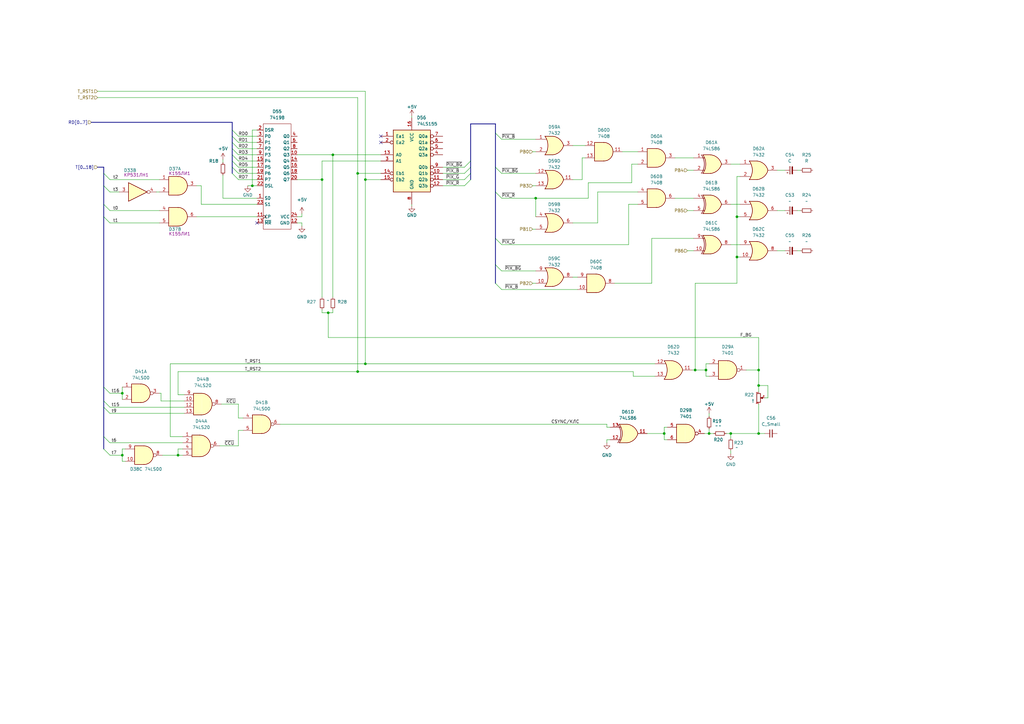
<source format=kicad_sch>
(kicad_sch (version 20211123) (generator eeschema)
  (paper "A3")
  (lib_symbols
    (symbol "74xx:74LS00" (pin_names (offset 1.016))
      (property "Reference" "U" (at 0 1.27 0))
      (property "Value" "74LS00" (at 0 -1.27 0))
      (symbol "74LS00_1_1"
        (pin input line (at -7.62 2.54 0) (length 3.81) (name "~") (number "1"))
        (pin input line (at -7.62 -2.54 0) (length 3.81) (name "~") (number "2"))
        (pin output inverted (at 7.62 0 180) (length 3.81) (name "~") (number "3"))
      )
      (symbol "74LS00_1_2"
        (pin input inverted (at -7.62 2.54 0) (length 4.318) (name "~") (number "1"))
        (pin input inverted (at -7.62 -2.54 0) (length 4.318) (name "~") (number "2"))
        (pin output line (at 7.62 0 180) (length 3.81) (name "~") (number "3"))
      )
      (symbol "74LS00_2_1"
        (pin input line (at -7.62 2.54 0) (length 3.81) (name "~") (number "4"))
        (pin input line (at -7.62 -2.54 0) (length 3.81) (name "~") (number "5"))
        (pin output inverted (at 7.62 0 180) (length 3.81) (name "~") (number "6"))
      )
      (symbol "74LS00_2_2"
        (pin input inverted (at -7.62 2.54 0) (length 4.318) (name "~") (number "4"))
        (pin input inverted (at -7.62 -2.54 0) (length 4.318) (name "~") (number "5"))
        (pin output line (at 7.62 0 180) (length 3.81) (name "~") (number "6"))
      )
      (symbol "74LS00_3_1"
        (pin input line (at -7.62 -2.54 0) (length 3.81) (name "~") (number "10"))
        (pin output inverted (at 7.62 0 180) (length 3.81) (name "~") (number "8"))
        (pin input line (at -7.62 2.54 0) (length 3.81) (name "~") (number "9"))
      )
      (symbol "74LS00_3_2"
        (pin input inverted (at -7.62 -2.54 0) (length 4.318) (name "~") (number "10"))
        (pin output line (at 7.62 0 180) (length 3.81) (name "~") (number "8"))
        (pin input inverted (at -7.62 2.54 0) (length 4.318) (name "~") (number "9"))
      )
      (symbol "74LS00_4_1"
        (pin output inverted (at 7.62 0 180) (length 3.81) (name "~") (number "11"))
        (pin input line (at -7.62 2.54 0) (length 3.81) (name "~") (number "12"))
        (pin input line (at -7.62 -2.54 0) (length 3.81) (name "~") (number "13"))
      )
      (symbol "74LS00_4_2"
        (pin output line (at 7.62 0 180) (length 3.81) (name "~") (number "11"))
        (pin input inverted (at -7.62 2.54 0) (length 4.318) (name "~") (number "12"))
        (pin input inverted (at -7.62 -2.54 0) (length 4.318) (name "~") (number "13"))
      )
      (symbol "74LS00_5_0"
        (pin power_in line (at 0 12.7 270) (length 5.08) (name "VCC") (number "14"))
        (pin power_in line (at 0 -12.7 90) (length 5.08) (name "GND") (number "7"))
      )
    )
    (symbol "74xx:74LS01" (pin_names (offset 1.016))
      (property "Reference" "U" (at 0 1.27 0))
      (property "Value" "74LS01" (at 0 -1.27 0))
      (symbol "74LS01_1_1"
        (pin open_collector inverted (at 7.62 0 180) (length 3.81) (name "~") (number "1"))
        (pin input line (at -7.62 2.54 0) (length 3.81) (name "~") (number "2"))
        (pin input line (at -7.62 -2.54 0) (length 3.81) (name "~") (number "3"))
      )
      (symbol "74LS01_1_2"
        (pin open_collector line (at 7.62 0 180) (length 3.81) (name "~") (number "1"))
        (pin input inverted (at -7.62 2.54 0) (length 4.318) (name "~") (number "2"))
        (pin input inverted (at -7.62 -2.54 0) (length 4.318) (name "~") (number "3"))
      )
      (symbol "74LS01_2_1"
        (pin open_collector inverted (at 7.62 0 180) (length 3.81) (name "~") (number "4"))
        (pin input line (at -7.62 2.54 0) (length 3.81) (name "~") (number "5"))
        (pin input line (at -7.62 -2.54 0) (length 3.81) (name "~") (number "6"))
      )
      (symbol "74LS01_2_2"
        (pin open_collector line (at 7.62 0 180) (length 3.81) (name "~") (number "4"))
        (pin input inverted (at -7.62 2.54 0) (length 4.318) (name "~") (number "5"))
        (pin input inverted (at -7.62 -2.54 0) (length 4.318) (name "~") (number "6"))
      )
      (symbol "74LS01_3_1"
        (pin open_collector inverted (at 7.62 0 180) (length 3.81) (name "~") (number "10"))
        (pin input line (at -7.62 2.54 0) (length 3.81) (name "~") (number "8"))
        (pin input line (at -7.62 -2.54 0) (length 3.81) (name "~") (number "9"))
      )
      (symbol "74LS01_3_2"
        (pin open_collector line (at 7.62 0 180) (length 3.81) (name "~") (number "10"))
        (pin input inverted (at -7.62 2.54 0) (length 4.318) (name "~") (number "8"))
        (pin input inverted (at -7.62 -2.54 0) (length 4.318) (name "~") (number "9"))
      )
      (symbol "74LS01_4_1"
        (pin input line (at -7.62 2.54 0) (length 3.81) (name "~") (number "11"))
        (pin input line (at -7.62 -2.54 0) (length 3.81) (name "~") (number "12"))
        (pin open_collector inverted (at 7.62 0 180) (length 3.81) (name "~") (number "13"))
      )
      (symbol "74LS01_4_2"
        (pin input inverted (at -7.62 2.54 0) (length 4.318) (name "~") (number "11"))
        (pin input inverted (at -7.62 -2.54 0) (length 4.318) (name "~") (number "12"))
        (pin open_collector line (at 7.62 0 180) (length 3.81) (name "~") (number "13"))
      )
      (symbol "74LS01_5_0"
        (pin power_in line (at 0 12.7 270) (length 5.08) (name "VCC") (number "14"))
        (pin power_in line (at 0 -12.7 90) (length 5.08) (name "GND") (number "7"))
      )
    )
    (symbol "74xx:74LS04"
      (property "Reference" "U" (at 0 1.27 0))
      (property "Value" "74LS04" (at 0 -1.27 0))
      (symbol "74LS04_1_0"
        (pin input line (at -7.62 0 0) (length 3.81) (name "~") (number "1"))
        (pin output inverted (at 7.62 0 180) (length 3.81) (name "~") (number "2"))
      )
      (symbol "74LS04_2_0"
        (pin input line (at -7.62 0 0) (length 3.81) (name "~") (number "3"))
        (pin output inverted (at 7.62 0 180) (length 3.81) (name "~") (number "4"))
      )
      (symbol "74LS04_3_0"
        (pin input line (at -7.62 0 0) (length 3.81) (name "~") (number "5"))
        (pin output inverted (at 7.62 0 180) (length 3.81) (name "~") (number "6"))
      )
      (symbol "74LS04_4_0"
        (pin output inverted (at 7.62 0 180) (length 3.81) (name "~") (number "8"))
        (pin input line (at -7.62 0 0) (length 3.81) (name "~") (number "9"))
      )
      (symbol "74LS04_5_0"
        (pin output inverted (at 7.62 0 180) (length 3.81) (name "~") (number "10"))
        (pin input line (at -7.62 0 0) (length 3.81) (name "~") (number "11"))
      )
      (symbol "74LS04_6_0"
        (pin output inverted (at 7.62 0 180) (length 3.81) (name "~") (number "12"))
        (pin input line (at -7.62 0 0) (length 3.81) (name "~") (number "13"))
      )
      (symbol "74LS04_7_0"
        (pin power_in line (at 0 12.7 270) (length 5.08) (name "VCC") (number "14"))
        (pin power_in line (at 0 -12.7 90) (length 5.08) (name "GND") (number "7"))
      )
    )
    (symbol "74xx:74LS08" (pin_names (offset 1.016))
      (property "Reference" "U" (at 0 1.27 0))
      (property "Value" "74LS08" (at 0 -1.27 0))
      (symbol "74LS08_1_1"
        (pin input line (at -7.62 2.54 0) (length 3.81) (name "~") (number "1"))
        (pin input line (at -7.62 -2.54 0) (length 3.81) (name "~") (number "2"))
        (pin output line (at 7.62 0 180) (length 3.81) (name "~") (number "3"))
      )
      (symbol "74LS08_1_2"
        (pin input inverted (at -7.62 2.54 0) (length 4.318) (name "~") (number "1"))
        (pin input inverted (at -7.62 -2.54 0) (length 4.318) (name "~") (number "2"))
        (pin output inverted (at 7.62 0 180) (length 3.81) (name "~") (number "3"))
      )
      (symbol "74LS08_2_1"
        (pin input line (at -7.62 2.54 0) (length 3.81) (name "~") (number "4"))
        (pin input line (at -7.62 -2.54 0) (length 3.81) (name "~") (number "5"))
        (pin output line (at 7.62 0 180) (length 3.81) (name "~") (number "6"))
      )
      (symbol "74LS08_2_2"
        (pin input inverted (at -7.62 2.54 0) (length 4.318) (name "~") (number "4"))
        (pin input inverted (at -7.62 -2.54 0) (length 4.318) (name "~") (number "5"))
        (pin output inverted (at 7.62 0 180) (length 3.81) (name "~") (number "6"))
      )
      (symbol "74LS08_3_1"
        (pin input line (at -7.62 -2.54 0) (length 3.81) (name "~") (number "10"))
        (pin output line (at 7.62 0 180) (length 3.81) (name "~") (number "8"))
        (pin input line (at -7.62 2.54 0) (length 3.81) (name "~") (number "9"))
      )
      (symbol "74LS08_3_2"
        (pin input inverted (at -7.62 -2.54 0) (length 4.318) (name "~") (number "10"))
        (pin output inverted (at 7.62 0 180) (length 3.81) (name "~") (number "8"))
        (pin input inverted (at -7.62 2.54 0) (length 4.318) (name "~") (number "9"))
      )
      (symbol "74LS08_4_1"
        (pin output line (at 7.62 0 180) (length 3.81) (name "~") (number "11"))
        (pin input line (at -7.62 2.54 0) (length 3.81) (name "~") (number "12"))
        (pin input line (at -7.62 -2.54 0) (length 3.81) (name "~") (number "13"))
      )
      (symbol "74LS08_4_2"
        (pin output inverted (at 7.62 0 180) (length 3.81) (name "~") (number "11"))
        (pin input inverted (at -7.62 2.54 0) (length 4.318) (name "~") (number "12"))
        (pin input inverted (at -7.62 -2.54 0) (length 4.318) (name "~") (number "13"))
      )
      (symbol "74LS08_5_0"
        (pin power_in line (at 0 12.7 270) (length 5.08) (name "VCC") (number "14"))
        (pin power_in line (at 0 -12.7 90) (length 5.08) (name "GND") (number "7"))
      )
    )
    (symbol "74xx:74LS155" (pin_names (offset 1.016))
      (property "Reference" "U" (at -7.62 13.97 0))
      (property "Value" "74LS155" (at -7.62 -13.97 0))
      (symbol "74LS155_1_0"
        (pin input line (at -12.7 10.16 0) (length 5.08) (name "Ea1") (number "1"))
        (pin output inverted (at 12.7 -5.08 180) (length 5.08) (name "Q1b") (number "10"))
        (pin output inverted (at 12.7 -7.62 180) (length 5.08) (name "Q2b") (number "11"))
        (pin output inverted (at 12.7 -10.16 180) (length 5.08) (name "Q3b") (number "12"))
        (pin input line (at -12.7 2.54 0) (length 5.08) (name "A0") (number "13"))
        (pin input inverted (at -12.7 -5.08 0) (length 5.08) (name "Eb1") (number "14"))
        (pin input inverted (at -12.7 -7.62 0) (length 5.08) (name "Eb2") (number "15"))
        (pin power_in line (at 0 17.78 270) (length 5.08) (name "VCC") (number "16"))
        (pin input inverted (at -12.7 7.62 0) (length 5.08) (name "Ea2") (number "2"))
        (pin input line (at -12.7 0 0) (length 5.08) (name "A1") (number "3"))
        (pin output inverted (at 12.7 2.54 180) (length 5.08) (name "Q3a") (number "4"))
        (pin output inverted (at 12.7 5.08 180) (length 5.08) (name "Q2a") (number "5"))
        (pin output inverted (at 12.7 7.62 180) (length 5.08) (name "Q1a") (number "6"))
        (pin output inverted (at 12.7 10.16 180) (length 5.08) (name "Q0a") (number "7"))
        (pin power_in line (at 0 -17.78 90) (length 5.08) (name "GND") (number "8"))
        (pin output inverted (at 12.7 -2.54 180) (length 5.08) (name "Q0b") (number "9"))
      )
    )
    (symbol "74xx:74LS20" (pin_names (offset 1.016))
      (property "Reference" "U" (at 0 1.27 0))
      (property "Value" "74LS20" (at 0 -1.27 0))
      (symbol "74LS20_1_1"
        (pin input line (at -7.62 3.81 0) (length 3.81) (name "~") (number "1"))
        (pin input line (at -7.62 1.27 0) (length 3.81) (name "~") (number "2"))
        (pin input line (at -7.62 -1.27 0) (length 3.81) (name "~") (number "4"))
        (pin input line (at -7.62 -3.81 0) (length 3.81) (name "~") (number "5"))
        (pin output inverted (at 7.62 0 180) (length 3.81) (name "~") (number "6"))
      )
      (symbol "74LS20_1_2"
        (pin input inverted (at -7.62 3.81 0) (length 3.81) (name "~") (number "1"))
        (pin input inverted (at -7.62 1.27 0) (length 4.826) (name "~") (number "2"))
        (pin input inverted (at -7.62 -1.27 0) (length 4.826) (name "~") (number "4"))
        (pin input inverted (at -7.62 -3.81 0) (length 3.81) (name "~") (number "5"))
        (pin output line (at 7.62 0 180) (length 3.81) (name "~") (number "6"))
      )
      (symbol "74LS20_2_1"
        (pin input line (at -7.62 1.27 0) (length 3.81) (name "~") (number "10"))
        (pin input line (at -7.62 -1.27 0) (length 3.81) (name "~") (number "12"))
        (pin input line (at -7.62 -3.81 0) (length 3.81) (name "~") (number "13"))
        (pin output inverted (at 7.62 0 180) (length 3.81) (name "~") (number "8"))
        (pin input line (at -7.62 3.81 0) (length 3.81) (name "~") (number "9"))
      )
      (symbol "74LS20_2_2"
        (pin input inverted (at -7.62 1.27 0) (length 4.826) (name "~") (number "10"))
        (pin input inverted (at -7.62 -1.27 0) (length 4.826) (name "~") (number "12"))
        (pin input inverted (at -7.62 -3.81 0) (length 3.81) (name "~") (number "13"))
        (pin output line (at 7.62 0 180) (length 3.81) (name "~") (number "8"))
        (pin input inverted (at -7.62 3.81 0) (length 3.81) (name "~") (number "9"))
      )
      (symbol "74LS20_3_0"
        (pin power_in line (at 0 12.7 270) (length 5.08) (name "VCC") (number "14"))
        (pin power_in line (at 0 -12.7 90) (length 5.08) (name "GND") (number "7"))
      )
    )
    (symbol "74xx:74LS32" (pin_names (offset 1.016))
      (property "Reference" "U" (at 0 1.27 0))
      (property "Value" "74LS32" (at 0 -1.27 0))
      (symbol "74LS32_1_1"
        (pin input line (at -7.62 2.54 0) (length 4.318) (name "~") (number "1"))
        (pin input line (at -7.62 -2.54 0) (length 4.318) (name "~") (number "2"))
        (pin output line (at 7.62 0 180) (length 3.81) (name "~") (number "3"))
      )
      (symbol "74LS32_1_2"
        (pin input inverted (at -7.62 2.54 0) (length 3.81) (name "~") (number "1"))
        (pin input inverted (at -7.62 -2.54 0) (length 3.81) (name "~") (number "2"))
        (pin output inverted (at 7.62 0 180) (length 3.81) (name "~") (number "3"))
      )
      (symbol "74LS32_2_1"
        (pin input line (at -7.62 2.54 0) (length 4.318) (name "~") (number "4"))
        (pin input line (at -7.62 -2.54 0) (length 4.318) (name "~") (number "5"))
        (pin output line (at 7.62 0 180) (length 3.81) (name "~") (number "6"))
      )
      (symbol "74LS32_2_2"
        (pin input inverted (at -7.62 2.54 0) (length 3.81) (name "~") (number "4"))
        (pin input inverted (at -7.62 -2.54 0) (length 3.81) (name "~") (number "5"))
        (pin output inverted (at 7.62 0 180) (length 3.81) (name "~") (number "6"))
      )
      (symbol "74LS32_3_1"
        (pin input line (at -7.62 -2.54 0) (length 4.318) (name "~") (number "10"))
        (pin output line (at 7.62 0 180) (length 3.81) (name "~") (number "8"))
        (pin input line (at -7.62 2.54 0) (length 4.318) (name "~") (number "9"))
      )
      (symbol "74LS32_3_2"
        (pin input inverted (at -7.62 -2.54 0) (length 3.81) (name "~") (number "10"))
        (pin output inverted (at 7.62 0 180) (length 3.81) (name "~") (number "8"))
        (pin input inverted (at -7.62 2.54 0) (length 3.81) (name "~") (number "9"))
      )
      (symbol "74LS32_4_1"
        (pin output line (at 7.62 0 180) (length 3.81) (name "~") (number "11"))
        (pin input line (at -7.62 2.54 0) (length 4.318) (name "~") (number "12"))
        (pin input line (at -7.62 -2.54 0) (length 4.318) (name "~") (number "13"))
      )
      (symbol "74LS32_4_2"
        (pin output inverted (at 7.62 0 180) (length 3.81) (name "~") (number "11"))
        (pin input inverted (at -7.62 2.54 0) (length 3.81) (name "~") (number "12"))
        (pin input inverted (at -7.62 -2.54 0) (length 3.81) (name "~") (number "13"))
      )
      (symbol "74LS32_5_0"
        (pin power_in line (at 0 12.7 270) (length 5.08) (name "VCC") (number "14"))
        (pin power_in line (at 0 -12.7 90) (length 5.08) (name "GND") (number "7"))
      )
    )
    (symbol "74xx:74LS86" (pin_names (offset 1.016))
      (property "Reference" "U" (at 0 1.27 0))
      (property "Value" "74LS86" (at 0 -1.27 0))
      (symbol "74LS86_1_0"
        (pin input line (at -7.62 2.54 0) (length 4.445) (name "~") (number "1"))
        (pin input line (at -7.62 -2.54 0) (length 4.445) (name "~") (number "2"))
        (pin output line (at 7.62 0 180) (length 3.81) (name "~") (number "3"))
      )
      (symbol "74LS86_2_0"
        (pin input line (at -7.62 2.54 0) (length 4.445) (name "~") (number "4"))
        (pin input line (at -7.62 -2.54 0) (length 4.445) (name "~") (number "5"))
        (pin output line (at 7.62 0 180) (length 3.81) (name "~") (number "6"))
      )
      (symbol "74LS86_3_0"
        (pin input line (at -7.62 -2.54 0) (length 4.445) (name "~") (number "10"))
        (pin output line (at 7.62 0 180) (length 3.81) (name "~") (number "8"))
        (pin input line (at -7.62 2.54 0) (length 4.445) (name "~") (number "9"))
      )
      (symbol "74LS86_4_0"
        (pin output line (at 7.62 0 180) (length 3.81) (name "~") (number "11"))
        (pin input line (at -7.62 2.54 0) (length 4.445) (name "~") (number "12"))
        (pin input line (at -7.62 -2.54 0) (length 4.445) (name "~") (number "13"))
      )
      (symbol "74LS86_5_0"
        (pin power_in line (at 0 12.7 270) (length 5.08) (name "VCC") (number "14"))
        (pin power_in line (at 0 -12.7 90) (length 5.08) (name "GND") (number "7"))
      )
    )
    (symbol "74xx_ext:74198"
      (property "Reference" "U" (at 5.08 1.27 0))
      (property "Value" "74198" (at 5.08 -44.45 0))
      (symbol "74198_1_1"
        (pin input line (at -2.54 -30.48 0) (length 2.54) (name "S0") (number "1"))
        (pin output line (at 13.97 -12.7 180) (length 2.54) (name "Q3") (number "10"))
        (pin input clock (at -2.54 -38.1 0) (length 2.54) (name "CP") (number "11"))
        (pin power_in line (at 13.97 -40.64 180) (length 2.54) (name "GND") (number "12"))
        (pin input line (at -2.54 -40.64 0) (length 2.54) (name "~{MR}") (number "13"))
        (pin output line (at 13.97 -15.24 180) (length 2.54) (name "Q4") (number "14"))
        (pin input line (at -2.54 -15.24 0) (length 2.54) (name "P4") (number "15"))
        (pin output line (at 13.97 -17.78 180) (length 2.54) (name "Q5") (number "16"))
        (pin input line (at -2.54 -17.78 0) (length 2.54) (name "P5") (number "17"))
        (pin output line (at 13.97 -20.32 180) (length 2.54) (name "Q6") (number "18"))
        (pin input line (at -2.54 -20.32 0) (length 2.54) (name "P6") (number "19"))
        (pin input line (at -2.54 -2.54 0) (length 2.54) (name "DSR") (number "2"))
        (pin output line (at 13.97 -22.86 180) (length 2.54) (name "Q7") (number "20"))
        (pin input line (at -2.54 -22.86 0) (length 2.54) (name "P7") (number "21"))
        (pin input line (at -2.54 -25.4 0) (length 2.54) (name "DSL") (number "22"))
        (pin input line (at -2.54 -33.02 0) (length 2.54) (name "S1") (number "23"))
        (pin power_in line (at 13.97 -38.1 180) (length 2.54) (name "VCC") (number "24"))
        (pin input line (at -2.54 -5.08 0) (length 2.54) (name "P0") (number "3"))
        (pin output line (at 13.97 -5.08 180) (length 2.54) (name "Q0") (number "4"))
        (pin input line (at -2.54 -7.62 0) (length 2.54) (name "P1") (number "5"))
        (pin output line (at 13.97 -7.62 180) (length 2.54) (name "Q1") (number "6"))
        (pin input line (at -2.54 -10.16 0) (length 2.54) (name "P2") (number "7"))
        (pin output line (at 13.97 -10.16 180) (length 2.54) (name "Q2") (number "8"))
        (pin input line (at -2.54 -12.7 0) (length 2.54) (name "P3") (number "9"))
      )
    )
    (symbol "Device:C_Polarized_Small" (pin_numbers hide) (pin_names (offset 0.254) hide)
      (property "Reference" "C" (at 0.254 1.778 0))
      (property "Value" "C_Polarized_Small" (at 0.254 -2.032 0))
      (symbol "C_Polarized_Small_1_1"
        (pin passive line (at 0 2.54 270) (length 1.8542) (name "~") (number "1"))
        (pin passive line (at 0 -2.54 90) (length 1.8542) (name "~") (number "2"))
      )
    )
    (symbol "Device:C_Small" (pin_numbers hide) (pin_names (offset 0.254) hide)
      (property "Reference" "C" (at 0.254 1.778 0))
      (property "Value" "C_Small" (at 0.254 -2.032 0))
      (symbol "C_Small_1_1"
        (pin passive line (at 0 2.54 270) (length 2.032) (name "~") (number "1"))
        (pin passive line (at 0 -2.54 90) (length 2.032) (name "~") (number "2"))
      )
    )
    (symbol "Device:R_Potentiometer_Small" (pin_names (offset 1.016) hide)
      (property "Reference" "RV" (at -4.445 0 90))
      (property "Value" "R_Potentiometer_Small" (at -2.54 0 90))
      (symbol "R_Potentiometer_Small_1_1"
        (pin passive line (at 0 2.54 270) (length 0.635) (name "1") (number "1"))
        (pin passive line (at 2.54 0 180) (length 0.9906) (name "2") (number "2"))
        (pin passive line (at 0 -2.54 90) (length 0.635) (name "3") (number "3"))
      )
    )
    (symbol "Device:R_Small" (pin_numbers hide) (pin_names (offset 0.254) hide)
      (property "Reference" "R" (at 0.762 0.508 0))
      (property "Value" "R_Small" (at 0.762 -1.016 0))
      (symbol "R_Small_1_1"
        (pin passive line (at 0 2.54 270) (length 0.762) (name "~") (number "1"))
        (pin passive line (at 0 -2.54 90) (length 0.762) (name "~") (number "2"))
      )
    )
    (symbol "power:+5V" (power) (pin_names (offset 0))
      (property "Value" "+5V" (at 0 3.556 0))
      (symbol "+5V_1_1"
        (pin power_in line (at 0 0 90) (length 0) hide (name "+5V") (number "1"))
      )
    )
    (symbol "power:GND" (power) (pin_names (offset 0))
      (property "Value" "GND" (at 0 -3.81 0))
      (symbol "GND_1_1"
        (pin power_in line (at 0 0 270) (length 0) hide (name "GND") (number "1"))
      )
    )
  )
  (junction (at 149.86 149.225))
  (junction (at 132.08 73.66))
  (junction (at 302.26 105.41))
  (junction (at 311.15 151.765))
  (junction (at 311.15 177.8))
  (junction (at 134.62 128.27))
  (junction (at 219.71 81.28))
  (junction (at 136.525 63.5))
  (junction (at 289.56 151.765))
  (junction (at 285.115 151.765))
  (junction (at 146.685 71.12))
  (junction (at 146.685 152.4))
  (junction (at 302.26 88.9))
  (junction (at 311.15 158.115))
  (junction (at 272.415 177.8))
  (junction (at 50.165 186.69))
  (junction (at 103.505 76.2))
  (junction (at 149.86 73.66))
  (junction (at 73.025 186.69))
  (junction (at 50.165 161.29))
  (junction (at 299.72 177.8))
  (junction (at 290.83 177.8))
  (no_connect (at 156.21 58.42))
  (no_connect (at 156.21 55.88))
  (no_connect (at 105.41 91.44))
  (bus_entry (at 42.545 164.465) (size 2.54 2.54))
  (bus_entry (at 190.5 73.66) (size 2.54 -2.54))
  (bus_entry (at 190.5 68.58) (size 2.54 -2.54))
  (bus_entry (at 190.5 71.12) (size 2.54 -2.54))
  (bus_entry (at 190.5 76.2) (size 2.54 -2.54))
  (bus_entry (at 95.25 60.96) (size 2.54 2.54))
  (bus_entry (at 95.25 63.5) (size 2.54 2.54))
  (bus_entry (at 95.25 58.42) (size 2.54 2.54))
  (bus_entry (at 42.545 83.82) (size 2.54 2.54))
  (bus_entry (at 42.545 88.9) (size 2.54 2.54))
  (bus_entry (at 42.545 76.2) (size 2.54 2.54))
  (bus_entry (at 42.545 71.12) (size 2.54 2.54))
  (bus_entry (at 42.545 167.005) (size 2.54 2.54))
  (bus_entry (at 95.25 71.12) (size 2.54 2.54))
  (bus_entry (at 95.25 55.88) (size 2.54 2.54))
  (bus_entry (at 42.545 179.07) (size 2.54 2.54))
  (bus_entry (at 203.2 97.79) (size 2.54 2.54))
  (bus_entry (at 42.545 158.75) (size 2.54 2.54))
  (bus_entry (at 203.2 108.585) (size 2.54 2.54))
  (bus_entry (at 95.25 53.34) (size 2.54 2.54))
  (bus_entry (at 203.2 54.61) (size 2.54 2.54))
  (bus_entry (at 203.2 68.58) (size 2.54 2.54))
  (bus_entry (at 95.25 68.58) (size 2.54 2.54))
  (bus_entry (at 95.25 66.04) (size 2.54 2.54))
  (bus_entry (at 42.545 184.15) (size 2.54 2.54))
  (bus_entry (at 205.74 81.28) (size -2.54 -2.54))
  (bus_entry (at 203.2 116.205) (size 2.54 2.54))
  (bus (pts (xy 95.25 60.96) (xy 95.25 58.42)))
  (wire (pts (xy 261.62 67.31) (xy 259.08 67.31)))
  (bus (pts (xy 42.545 164.465) (xy 42.545 167.005)))
  (wire (pts (xy 302.26 105.41) (xy 303.53 105.41)))
  (bus (pts (xy 203.2 78.74) (xy 203.2 68.58)))
  (bus (pts (xy 193.04 71.12) (xy 193.04 68.58)))
  (wire (pts (xy 146.685 71.12) (xy 146.685 152.4)))
  (wire (pts (xy 290.83 175.895) (xy 290.83 177.8)))
  (wire (pts (xy 121.92 73.66) (xy 132.08 73.66)))
  (wire (pts (xy 168.91 47.625) (xy 168.91 48.26)))
  (bus (pts (xy 40.005 68.58) (xy 42.545 68.58)))
  (wire (pts (xy 181.61 68.58) (xy 190.5 68.58)))
  (wire (pts (xy 114.935 173.99) (xy 248.92 173.99)))
  (wire (pts (xy 299.72 177.8) (xy 311.15 177.8)))
  (wire (pts (xy 302.26 105.41) (xy 302.26 116.205)))
  (bus (pts (xy 95.25 68.58) (xy 95.25 66.04)))
  (wire (pts (xy 245.11 91.44) (xy 245.11 78.74)))
  (bus (pts (xy 95.25 58.42) (xy 95.25 55.88)))
  (bus (pts (xy 42.545 71.12) (xy 42.545 76.2)))
  (wire (pts (xy 73.025 152.4) (xy 73.025 161.925)))
  (wire (pts (xy 234.95 59.69) (xy 240.03 59.69)))
  (wire (pts (xy 302.26 72.39) (xy 302.26 88.9)))
  (bus (pts (xy 95.25 71.12) (xy 95.25 68.58)))
  (wire (pts (xy 40.005 37.465) (xy 149.86 37.465)))
  (wire (pts (xy 132.08 121.92) (xy 132.08 73.66)))
  (wire (pts (xy 248.92 181.61) (xy 248.92 180.34)))
  (wire (pts (xy 50.165 189.23) (xy 51.435 189.23)))
  (wire (pts (xy 299.72 100.33) (xy 303.53 100.33)))
  (wire (pts (xy 146.685 71.12) (xy 146.685 40.005)))
  (wire (pts (xy 327.025 86.36) (xy 328.295 86.36)))
  (wire (pts (xy 103.505 76.2) (xy 105.41 76.2)))
  (wire (pts (xy 149.86 73.66) (xy 149.86 149.225)))
  (wire (pts (xy 272.415 180.34) (xy 272.415 177.8)))
  (wire (pts (xy 97.79 60.96) (xy 105.41 60.96)))
  (wire (pts (xy 66.04 161.29) (xy 66.04 164.465)))
  (bus (pts (xy 95.25 55.88) (xy 95.25 53.34)))
  (wire (pts (xy 261.62 83.82) (xy 257.81 83.82)))
  (wire (pts (xy 66.04 164.465) (xy 75.565 164.465)))
  (bus (pts (xy 95.25 63.5) (xy 95.25 60.96)))
  (wire (pts (xy 97.79 71.12) (xy 105.41 71.12)))
  (bus (pts (xy 95.25 53.34) (xy 95.25 50.165)))
  (wire (pts (xy 134.62 128.27) (xy 134.62 138.43)))
  (bus (pts (xy 42.545 83.82) (xy 42.545 88.9)))
  (bus (pts (xy 193.04 50.8) (xy 203.2 50.8)))
  (wire (pts (xy 327.025 102.87) (xy 328.295 102.87)))
  (wire (pts (xy 285.115 151.765) (xy 289.56 151.765)))
  (wire (pts (xy 156.21 73.66) (xy 149.86 73.66)))
  (wire (pts (xy 65.405 161.29) (xy 66.04 161.29)))
  (wire (pts (xy 75.565 161.925) (xy 73.025 161.925)))
  (bus (pts (xy 193.04 50.8) (xy 193.04 66.04)))
  (wire (pts (xy 97.79 182.88) (xy 97.79 176.53)))
  (wire (pts (xy 289.56 149.225) (xy 290.83 149.225)))
  (bus (pts (xy 203.2 108.585) (xy 203.2 97.79)))
  (wire (pts (xy 311.15 158.115) (xy 311.15 160.655)))
  (wire (pts (xy 273.685 180.34) (xy 272.415 180.34)))
  (wire (pts (xy 73.025 186.69) (xy 74.93 186.69)))
  (wire (pts (xy 123.825 92.71) (xy 123.825 91.44)))
  (wire (pts (xy 97.79 68.58) (xy 105.41 68.58)))
  (wire (pts (xy 289.56 154.305) (xy 289.56 151.765)))
  (wire (pts (xy 219.71 81.28) (xy 219.71 88.9)))
  (wire (pts (xy 132.08 73.66) (xy 132.08 66.04)))
  (bus (pts (xy 42.545 167.005) (xy 42.545 179.07)))
  (wire (pts (xy 272.415 175.26) (xy 273.685 175.26)))
  (wire (pts (xy 168.91 83.82) (xy 168.91 84.455)))
  (wire (pts (xy 299.72 177.8) (xy 299.72 179.705)))
  (wire (pts (xy 181.61 76.2) (xy 190.5 76.2)))
  (wire (pts (xy 285.115 116.205) (xy 285.115 151.765)))
  (wire (pts (xy 290.83 177.8) (xy 292.735 177.8)))
  (wire (pts (xy 97.79 66.04) (xy 105.41 66.04)))
  (wire (pts (xy 205.74 100.33) (xy 257.81 100.33)))
  (wire (pts (xy 311.15 151.765) (xy 311.15 138.43)))
  (wire (pts (xy 314.96 158.115) (xy 314.96 163.195)))
  (wire (pts (xy 259.715 152.4) (xy 146.685 152.4)))
  (wire (pts (xy 80.645 88.9) (xy 105.41 88.9)))
  (wire (pts (xy 205.74 118.745) (xy 236.855 118.745)))
  (wire (pts (xy 259.715 154.305) (xy 259.715 152.4)))
  (wire (pts (xy 45.085 161.29) (xy 50.165 161.29)))
  (wire (pts (xy 299.72 184.785) (xy 299.72 186.055)))
  (wire (pts (xy 234.95 73.66) (xy 238.76 73.66)))
  (wire (pts (xy 74.93 184.15) (xy 73.025 184.15)))
  (bus (pts (xy 203.2 54.61) (xy 203.2 50.8)))
  (wire (pts (xy 205.74 111.125) (xy 219.71 111.125)))
  (wire (pts (xy 149.86 73.66) (xy 149.86 37.465)))
  (wire (pts (xy 45.085 169.545) (xy 75.565 169.545)))
  (wire (pts (xy 302.26 88.9) (xy 303.53 88.9)))
  (wire (pts (xy 146.685 152.4) (xy 73.025 152.4)))
  (wire (pts (xy 248.92 173.99) (xy 248.92 175.26)))
  (wire (pts (xy 245.11 78.74) (xy 261.62 78.74)))
  (wire (pts (xy 297.815 177.8) (xy 299.72 177.8)))
  (wire (pts (xy 123.825 88.9) (xy 123.825 87.63)))
  (wire (pts (xy 51.435 184.15) (xy 50.165 184.15)))
  (wire (pts (xy 45.085 167.005) (xy 75.565 167.005)))
  (wire (pts (xy 272.415 177.8) (xy 272.415 175.26)))
  (wire (pts (xy 181.61 73.66) (xy 190.5 73.66)))
  (wire (pts (xy 82.55 83.82) (xy 82.55 76.2)))
  (wire (pts (xy 327.025 69.85) (xy 328.295 69.85)))
  (wire (pts (xy 97.79 171.45) (xy 97.79 165.735)))
  (wire (pts (xy 276.86 64.77) (xy 284.48 64.77)))
  (wire (pts (xy 265.43 177.8) (xy 272.415 177.8)))
  (wire (pts (xy 218.44 62.23) (xy 219.71 62.23)))
  (bus (pts (xy 42.545 158.75) (xy 42.545 164.465)))
  (wire (pts (xy 73.025 184.15) (xy 73.025 186.69)))
  (wire (pts (xy 303.53 72.39) (xy 302.26 72.39)))
  (bus (pts (xy 42.545 71.12) (xy 42.545 68.58)))
  (wire (pts (xy 318.77 102.87) (xy 321.945 102.87)))
  (wire (pts (xy 99.695 171.45) (xy 97.79 171.45)))
  (wire (pts (xy 90.17 182.88) (xy 97.79 182.88)))
  (wire (pts (xy 281.94 86.36) (xy 284.48 86.36)))
  (wire (pts (xy 259.08 74.93) (xy 241.3 74.93)))
  (wire (pts (xy 205.74 57.15) (xy 219.71 57.15)))
  (bus (pts (xy 42.545 179.07) (xy 42.545 184.15)))
  (wire (pts (xy 248.92 180.34) (xy 250.19 180.34)))
  (wire (pts (xy 205.74 81.28) (xy 219.71 81.28)))
  (bus (pts (xy 42.545 76.2) (xy 42.545 83.82)))
  (bus (pts (xy 203.2 68.58) (xy 203.2 54.61)))
  (wire (pts (xy 290.83 154.305) (xy 289.56 154.305)))
  (wire (pts (xy 101.6 76.2) (xy 103.505 76.2)))
  (wire (pts (xy 255.27 62.23) (xy 261.62 62.23)))
  (wire (pts (xy 82.55 76.2) (xy 80.645 76.2)))
  (wire (pts (xy 238.76 64.77) (xy 240.03 64.77)))
  (wire (pts (xy 121.92 88.9) (xy 123.825 88.9)))
  (wire (pts (xy 45.085 181.61) (xy 74.93 181.61)))
  (wire (pts (xy 218.44 116.205) (xy 219.71 116.205)))
  (wire (pts (xy 103.505 53.34) (xy 105.41 53.34)))
  (wire (pts (xy 285.115 151.765) (xy 283.845 151.765)))
  (wire (pts (xy 45.085 91.44) (xy 65.405 91.44)))
  (wire (pts (xy 69.85 179.07) (xy 74.93 179.07)))
  (wire (pts (xy 149.86 149.225) (xy 268.605 149.225)))
  (bus (pts (xy 203.2 116.205) (xy 203.2 108.585)))
  (wire (pts (xy 136.525 63.5) (xy 156.21 63.5)))
  (wire (pts (xy 105.41 83.82) (xy 82.55 83.82)))
  (wire (pts (xy 314.96 163.195) (xy 313.69 163.195)))
  (wire (pts (xy 218.44 93.98) (xy 219.71 93.98)))
  (wire (pts (xy 136.525 121.92) (xy 136.525 63.5)))
  (wire (pts (xy 134.62 128.27) (xy 132.08 128.27)))
  (wire (pts (xy 45.085 78.74) (xy 48.895 78.74)))
  (wire (pts (xy 91.44 65.405) (xy 91.44 66.675)))
  (wire (pts (xy 134.62 128.27) (xy 136.525 128.27)))
  (bus (pts (xy 95.25 66.04) (xy 95.25 63.5)))
  (wire (pts (xy 66.675 186.69) (xy 73.025 186.69)))
  (wire (pts (xy 257.81 83.82) (xy 257.81 100.33)))
  (wire (pts (xy 69.85 179.07) (xy 69.85 149.225)))
  (wire (pts (xy 267.335 97.79) (xy 284.48 97.79)))
  (wire (pts (xy 50.165 184.15) (xy 50.165 186.69)))
  (wire (pts (xy 248.92 175.26) (xy 250.19 175.26)))
  (wire (pts (xy 97.79 63.5) (xy 105.41 63.5)))
  (bus (pts (xy 193.04 68.58) (xy 193.04 66.04)))
  (wire (pts (xy 136.525 128.27) (xy 136.525 127)))
  (wire (pts (xy 299.72 83.82) (xy 303.53 83.82)))
  (wire (pts (xy 45.085 186.69) (xy 50.165 186.69)))
  (wire (pts (xy 259.08 67.31) (xy 259.08 74.93)))
  (wire (pts (xy 267.335 116.205) (xy 267.335 97.79)))
  (wire (pts (xy 91.44 71.755) (xy 91.44 81.28)))
  (wire (pts (xy 281.94 102.87) (xy 284.48 102.87)))
  (wire (pts (xy 318.77 69.85) (xy 321.945 69.85)))
  (wire (pts (xy 238.76 73.66) (xy 238.76 64.77)))
  (bus (pts (xy 37.465 50.165) (xy 95.25 50.165)))
  (wire (pts (xy 299.72 67.31) (xy 303.53 67.31)))
  (wire (pts (xy 285.115 116.205) (xy 302.26 116.205)))
  (bus (pts (xy 42.545 88.9) (xy 42.545 158.75)))
  (wire (pts (xy 45.085 86.36) (xy 65.405 86.36)))
  (wire (pts (xy 50.165 158.75) (xy 50.165 161.29)))
  (wire (pts (xy 123.825 91.44) (xy 121.92 91.44)))
  (bus (pts (xy 193.04 73.66) (xy 193.04 71.12)))
  (wire (pts (xy 121.92 63.5) (xy 136.525 63.5)))
  (wire (pts (xy 50.165 186.69) (xy 50.165 189.23)))
  (wire (pts (xy 97.79 73.66) (xy 105.41 73.66)))
  (wire (pts (xy 306.07 151.765) (xy 311.15 151.765)))
  (wire (pts (xy 40.005 40.005) (xy 146.685 40.005)))
  (wire (pts (xy 311.15 151.765) (xy 311.15 158.115)))
  (wire (pts (xy 311.15 177.8) (xy 313.69 177.8)))
  (wire (pts (xy 97.79 58.42) (xy 105.41 58.42)))
  (wire (pts (xy 311.15 177.8) (xy 311.15 165.735)))
  (wire (pts (xy 156.21 71.12) (xy 146.685 71.12)))
  (wire (pts (xy 302.26 88.9) (xy 302.26 105.41)))
  (wire (pts (xy 205.74 71.12) (xy 219.71 71.12)))
  (wire (pts (xy 218.44 76.2) (xy 219.71 76.2)))
  (wire (pts (xy 134.62 138.43) (xy 311.15 138.43)))
  (wire (pts (xy 234.95 113.665) (xy 236.855 113.665)))
  (wire (pts (xy 219.71 81.28) (xy 241.3 81.28)))
  (wire (pts (xy 97.79 176.53) (xy 99.695 176.53)))
  (wire (pts (xy 252.095 116.205) (xy 267.335 116.205)))
  (wire (pts (xy 91.44 81.28) (xy 105.41 81.28)))
  (wire (pts (xy 132.08 127) (xy 132.08 128.27)))
  (wire (pts (xy 97.79 55.88) (xy 105.41 55.88)))
  (wire (pts (xy 241.3 74.93) (xy 241.3 81.28)))
  (wire (pts (xy 90.805 165.735) (xy 97.79 165.735)))
  (wire (pts (xy 311.15 158.115) (xy 314.96 158.115)))
  (wire (pts (xy 181.61 71.12) (xy 190.5 71.12)))
  (wire (pts (xy 318.77 86.36) (xy 321.945 86.36)))
  (wire (pts (xy 64.135 78.74) (xy 65.405 78.74)))
  (wire (pts (xy 69.85 149.225) (xy 149.86 149.225)))
  (bus (pts (xy 203.2 97.79) (xy 203.2 78.74)))
  (wire (pts (xy 45.085 73.66) (xy 65.405 73.66)))
  (wire (pts (xy 259.715 154.305) (xy 268.605 154.305)))
  (wire (pts (xy 50.165 161.29) (xy 50.165 163.83)))
  (wire (pts (xy 234.95 91.44) (xy 245.11 91.44)))
  (wire (pts (xy 132.08 66.04) (xy 156.21 66.04)))
  (wire (pts (xy 288.925 177.8) (xy 290.83 177.8)))
  (wire (pts (xy 290.83 169.545) (xy 290.83 170.815)))
  (wire (pts (xy 103.505 76.2) (xy 103.505 53.34)))
  (wire (pts (xy 281.94 69.85) (xy 284.48 69.85)))
  (wire (pts (xy 276.86 81.28) (xy 284.48 81.28)))
  (wire (pts (xy 289.56 151.765) (xy 289.56 149.225)))
  (label "t6" (at 45.72 181.61 0))
  (label "~{PIX_B}" (at 182.88 71.12 0))
  (label "t2" (at 46.355 73.66 0))
  (label "RD3" (at 97.79 63.5 0))
  (label "RD0" (at 97.79 55.88 0))
  (label "t9" (at 45.72 169.545 0))
  (label "F_BG" (at 303.53 138.43 0))
  (label "~{PIX_BG}" (at 205.74 71.12 0))
  (label "t0" (at 46.355 86.36 0))
  (label "RD7" (at 97.79 73.66 0))
  (label "T_RST1" (at 100.33 149.225 0))
  (label "T_RST2" (at 100.33 152.4 0))
  (label "RD2" (at 97.79 60.96 0))
  (label "~{PIX_R}" (at 182.88 76.2 0))
  (label "~{PIX_B}" (at 207.01 118.745 0))
  (label "CSYNC{slash}КЛС" (at 226.06 173.99 0))
  (label "~{PIX_G}" (at 182.88 73.66 0))
  (label "RD5" (at 97.79 68.58 0))
  (label "~{KCU}" (at 92.71 165.735 0))
  (label "~{CCU}" (at 92.075 182.88 0))
  (label "RD1" (at 97.79 58.42 0))
  (label "~{PIX_G}" (at 205.74 100.33 0))
  (label "t7" (at 45.72 186.69 0))
  (label "~{PIX_R}" (at 205.74 81.28 0))
  (label "~{PIX_BG}" (at 182.88 68.58 0))
  (label "t3" (at 46.355 78.74 0))
  (label "RD4" (at 97.79 66.04 0))
  (label "t16" (at 45.72 161.29 0))
  (label "~{PIX_B}" (at 205.74 57.15 0))
  (label "~{PIX_BG}" (at 207.01 111.125 0))
  (label "RD6" (at 97.79 71.12 0))
  (label "t15" (at 45.72 167.005 0))
  (label "t1" (at 46.355 91.44 0))
  (hierarchical_label "PB4" (shape input) (at 281.94 69.85 180))
  (hierarchical_label "RD[0..7]" (shape input) (at 37.465 50.165 180))
  (hierarchical_label "T[0..18]" (shape input) (at 40.005 68.58 180))
  (hierarchical_label "T_RST1" (shape input) (at 40.005 37.465 180))
  (hierarchical_label "PB6" (shape input) (at 281.94 102.87 180))
  (hierarchical_label "PB1" (shape input) (at 218.44 93.98 180))
  (hierarchical_label "PB2" (shape input) (at 218.44 116.205 180))
  (hierarchical_label "PB3" (shape input) (at 218.44 76.2 180))
  (hierarchical_label "T_RST2" (shape input) (at 40.005 40.005 180))
  (hierarchical_label "PB5" (shape input) (at 281.94 86.36 180))
  (hierarchical_label "PB0" (shape input) (at 218.44 62.23 180))
  (symbol (lib_id "74xx_ext:74198") (at 107.95 50.8 0) (unit 1)
    (property "Reference" "D55" (at 113.665 45.72 0))
    (property "Value" "74198" (at 113.665 48.26 0))
  )
  (symbol (lib_id "74xx:74LS32") (at 311.15 86.36 0) (unit 2)
    (property "Reference" "D62" (at 311.15 77.47 0))
    (property "Value" "7432" (at 311.15 80.01 0))
    (property "Datasheet" "http://www.ti.com/lit/gpn/sn74LS32" (effects hide))
  )
  (symbol (lib_id "74xx:74LS00") (at 57.785 161.29 0) (unit 1)
    (property "Reference" "D41" (at 57.785 152.4 0))
    (property "Value" "74LS00" (at 57.785 154.94 0))
    (property "Datasheet" "http://www.ti.com/lit/gpn/sn74ls00" (effects hide))
  )
  (symbol (lib_id "74xx:74LS00") (at 107.315 173.99 0) (unit 2)
    (property "Reference" "D41" (at 107.315 165.1 0))
    (property "Value" "74LS00" (at 107.315 167.64 0))
    (property "Datasheet" "http://www.ti.com/lit/gpn/sn74ls00" (effects hide))
  )
  (symbol (lib_id "Device:R_Small") (at 136.525 124.46 0) (mirror y) (unit 1)
    (property "Reference" "R28" (at 138.43 123.825 0) (effects (justify right)))
    (property "Value" "~" (at 138.43 123.1901 0) (effects (justify right)))
  )
  (symbol (lib_id "Device:R_Small") (at 330.835 69.85 90) (unit 1)
    (property "Reference" "R25" (at 330.835 63.5 90))
    (property "Value" "R" (at 330.835 66.04 90))
  )
  (symbol (lib_id "74xx:74LS32") (at 227.33 73.66 0) (unit 4)
    (property "Reference" "D59" (at 227.33 66.04 0))
    (property "Value" "7432" (at 227.33 68.58 0))
    (property "Datasheet" "http://www.ti.com/lit/gpn/sn74LS32" (effects hide))
  )
  (symbol (lib_id "74xx:74LS155") (at 168.91 66.04 0) (unit 1)
    (property "Reference" "D56" (at 170.9294 48.26 0) (effects (justify left)))
    (property "Value" "74LS155" (at 170.9294 50.8 0) (effects (justify left)))
    (property "Datasheet" "http://www.ti.com/lit/gpn/sn74LS155" (effects hide))
  )
  (symbol (lib_id "power:GND") (at 248.92 181.61 0) (unit 1)
    (property "Reference" "#PWR?" (effects hide))
    (property "Value" "GND" (at 248.92 186.69 0))
  )
  (symbol (lib_id "Device:R_Small") (at 299.72 182.245 0) (unit 1)
    (property "Reference" "R23" (at 300.99 181.61 0) (effects (justify left)))
    (property "Value" "~" (at 301.625 183.5149 0) (effects (justify left)))
  )
  (symbol (lib_id "Device:R_Small") (at 330.835 102.87 90) (unit 1)
    (property "Reference" "R26" (at 330.835 96.52 90))
    (property "Value" "~" (at 330.835 99.06 90))
  )
  (symbol (lib_id "power:GND") (at 101.6 76.2 0) (unit 1)
    (property "Reference" "#PWR?" (effects hide))
    (property "Value" "GND" (at 101.6 80.01 0))
  )
  (symbol (lib_id "74xx:74LS86") (at 257.81 177.8 0) (mirror x) (unit 4)
    (property "Reference" "D61" (at 257.5052 168.91 0))
    (property "Value" "74LS86" (at 257.5052 171.45 0))
    (property "Datasheet" "74xx/74ls86.pdf" (effects hide))
  )
  (symbol (lib_id "power:GND") (at 168.91 84.455 0) (unit 1)
    (property "Reference" "#PWR?" (effects hide))
  )
  (symbol (lib_id "power:+5V") (at 290.83 169.545 0) (unit 1)
    (property "Reference" "#PWR?" (effects hide))
    (property "Value" "+5V" (at 290.83 165.735 0))
  )
  (symbol (lib_id "74xx:74LS08") (at 247.65 62.23 0) (unit 4)
    (property "Reference" "D60" (at 247.65 53.34 0))
    (property "Value" "7408" (at 247.65 55.88 0))
    (property "Datasheet" "http://www.ti.com/lit/gpn/sn74LS08" (effects hide))
  )
  (symbol (lib_id "74xx:74LS08") (at 73.025 76.2 0) (unit 1)
    (property "Reference" "D37" (at 71.755 69.215 0))
    (property "Datasheet" "http://www.ti.com/lit/gpn/sn74LS08" (effects hide))
    (property "CCCP" "К155ЛИ1" (at 73.66 71.12 0))
  )
  (symbol (lib_id "Device:C_Polarized_Small") (at 324.485 69.85 90) (unit 1)
    (property "Reference" "C54" (at 323.9389 63.5 90))
    (property "Value" "C" (at 323.9389 66.04 90))
  )
  (symbol (lib_id "Device:R_Potentiometer_Small") (at 311.15 163.195 0) (unit 1)
    (property "Reference" "R22" (at 309.245 161.9249 0) (effects (justify right)))
    (property "Value" "!" (at 309.245 164.4649 0) (effects (justify right)))
  )
  (symbol (lib_id "Device:R_Small") (at 295.275 177.8 270) (unit 1)
    (property "Reference" "R20" (at 294.64 180.34 90))
    (property "Value" "~" (at 295.275 174.625 90))
  )
  (symbol (lib_id "power:+5V") (at 168.91 47.625 0) (unit 1)
    (property "Reference" "#PWR?" (effects hide))
  )
  (symbol (lib_id "74xx:74LS32") (at 311.15 69.85 0) (unit 1)
    (property "Reference" "D62" (at 311.15 60.96 0))
    (property "Value" "7432" (at 311.15 63.5 0))
    (property "Datasheet" "http://www.ti.com/lit/gpn/sn74LS32" (effects hide))
  )
  (symbol (lib_id "74xx:74LS08") (at 269.24 81.28 0) (unit 2)
    (property "Reference" "D60" (at 269.24 72.39 0))
    (property "Value" "7408" (at 269.24 74.93 0))
    (property "Datasheet" "http://www.ti.com/lit/gpn/sn74LS08" (effects hide))
  )
  (symbol (lib_id "74xx:74LS01") (at 281.305 177.8 0) (unit 2)
    (property "Reference" "D29" (at 281.305 168.275 0))
    (property "Value" "7401" (at 281.305 170.815 0))
    (property "Datasheet" "http://www.nteinc.com/specs/7400to7499/pdf/nte74LS01.pdf" (effects hide))
  )
  (symbol (lib_id "74xx:74LS01") (at 298.45 151.765 0) (unit 1)
    (property "Reference" "D29" (at 298.45 142.24 0))
    (property "Value" "7401" (at 298.45 144.78 0))
    (property "Datasheet" "http://www.nteinc.com/specs/7400to7499/pdf/nte74LS01.pdf" (effects hide))
  )
  (symbol (lib_id "74xx:74LS08") (at 244.475 116.205 0) (unit 3)
    (property "Reference" "D60" (at 244.475 107.315 0))
    (property "Value" "7408" (at 244.475 109.855 0))
    (property "Datasheet" "http://www.ti.com/lit/gpn/sn74LS08" (effects hide))
  )
  (symbol (lib_id "Device:C_Small") (at 316.23 177.8 90) (unit 1)
    (property "Reference" "C56" (at 316.2363 171.45 90))
    (property "Value" "C_Small" (at 316.2363 173.99 90))
  )
  (symbol (lib_id "74xx:74LS08") (at 269.24 64.77 0) (unit 1)
    (property "Reference" "D60" (at 269.24 55.88 0))
    (property "Value" "7408" (at 269.24 58.42 0))
    (property "Datasheet" "http://www.ti.com/lit/gpn/sn74LS08" (effects hide))
  )
  (symbol (lib_id "74xx:74LS20") (at 83.185 165.735 0) (unit 2)
    (property "Reference" "D44" (at 83.185 155.575 0))
    (property "Value" "74LS20" (at 83.185 158.115 0))
    (property "Datasheet" "http://www.ti.com/lit/gpn/sn74LS20" (effects hide))
  )
  (symbol (lib_id "power:+5V") (at 123.825 87.63 0) (unit 1)
    (property "Reference" "#PWR?" (effects hide))
    (property "Value" "+5V" (at 123.825 81.915 0))
  )
  (symbol (lib_id "74xx:74LS86") (at 292.1 100.33 0) (unit 3)
    (property "Reference" "D61" (at 291.7952 91.44 0))
    (property "Value" "74LS86" (at 291.7952 93.98 0))
    (property "Datasheet" "74xx/74ls86.pdf" (effects hide))
  )
  (symbol (lib_id "74xx:74LS04") (at 56.515 78.74 0) (unit 2)
    (property "Reference" "D33" (at 53.34 69.85 0))
    (property "Datasheet" "http://www.ti.com/lit/gpn/sn74LS04" (effects hide))
    (property "CCCP" "КР531ЛН1" (at 55.88 71.755 0))
  )
  (symbol (lib_id "74xx:74LS32") (at 227.33 113.665 0) (unit 3)
    (property "Reference" "D59" (at 227.33 106.045 0))
    (property "Value" "7432" (at 227.33 108.585 0))
    (property "Datasheet" "http://www.ti.com/lit/gpn/sn74LS32" (effects hide))
  )
  (symbol (lib_id "power:GND") (at 299.72 186.055 0) (unit 1)
    (property "Reference" "#PWR?" (effects hide))
    (property "Value" "GND" (at 299.72 190.5 0))
  )
  (symbol (lib_id "74xx:74LS86") (at 292.1 67.31 0) (unit 1)
    (property "Reference" "D61" (at 291.7952 58.42 0))
    (property "Value" "74LS86" (at 291.7952 60.96 0))
    (property "Datasheet" "74xx/74ls86.pdf" (effects hide))
  )
  (symbol (lib_id "Device:R_Small") (at 132.08 124.46 0) (mirror y) (unit 1)
    (property "Reference" "R27" (at 125.73 123.825 0) (effects (justify right)))
    (property "Value" "~" (at 133.985 123.1901 0) (effects (justify right)))
  )
  (symbol (lib_id "power:GND") (at 123.825 92.71 0) (unit 1)
    (property "Reference" "#PWR?" (effects hide))
    (property "Value" "GND" (at 123.825 97.155 0))
  )
  (symbol (lib_id "74xx:74LS08") (at 73.025 88.9 0) (unit 2)
    (property "Reference" "D37" (at 71.755 93.98 0))
    (property "Datasheet" "http://www.ti.com/lit/gpn/sn74LS08" (effects hide))
    (property "CCCP" "К155ЛИ1" (at 73.66 95.885 0))
  )
  (symbol (lib_id "74xx:74LS32") (at 227.33 59.69 0) (unit 1)
    (property "Reference" "D59" (at 227.33 52.07 0))
    (property "Value" "7432" (at 227.33 54.61 0))
    (property "Datasheet" "http://www.ti.com/lit/gpn/sn74LS32" (effects hide))
  )
  (symbol (lib_id "Device:C_Polarized_Small") (at 324.485 86.36 90) (unit 1)
    (property "Reference" "C53" (at 323.9389 80.01 90))
    (property "Value" "~" (at 323.9389 82.55 90))
  )
  (symbol (lib_id "Device:R_Small") (at 91.44 69.215 0) (unit 1)
    (property "Reference" "R18" (at 85.725 66.04 0) (effects (justify left)))
  )
  (symbol (lib_id "Device:R_Small") (at 330.835 86.36 90) (unit 1)
    (property "Reference" "R24" (at 330.835 80.01 90))
    (property "Value" "~" (at 330.835 82.55 90))
  )
  (symbol (lib_id "74xx:74LS86") (at 292.1 83.82 0) (unit 2)
    (property "Reference" "D61" (at 291.7952 74.93 0))
    (property "Value" "74LS86" (at 291.7952 77.47 0))
    (property "Datasheet" "74xx/74ls86.pdf" (effects hide))
  )
  (symbol (lib_id "74xx:74LS20") (at 82.55 182.88 0) (unit 1)
    (property "Reference" "D44" (at 82.55 172.72 0))
    (property "Value" "74LS20" (at 82.55 175.26 0))
    (property "Datasheet" "http://www.ti.com/lit/gpn/sn74LS20" (effects hide))
  )
  (symbol (lib_id "Device:R_Small") (at 290.83 173.355 180) (unit 1)
    (property "Reference" "R19" (at 292.1 172.72 0) (effects (justify right)))
    (property "Value" "~" (at 293.37 174.6249 0) (effects (justify right)))
  )
  (symbol (lib_id "74xx:74LS32") (at 311.15 102.87 0) (unit 3)
    (property "Reference" "D62" (at 311.15 93.98 0))
    (property "Value" "7432" (at 311.15 96.52 0))
    (property "Datasheet" "http://www.ti.com/lit/gpn/sn74LS32" (effects hide))
  )
  (symbol (lib_id "74xx:74LS00") (at 59.055 186.69 0) (unit 3)
    (property "Reference" "D38" (at 55.88 192.405 0))
    (property "Value" "74LS00" (at 62.865 192.405 0))
    (property "Datasheet" "http://www.ti.com/lit/gpn/sn74ls00" (effects hide))
  )
  (symbol (lib_id "74xx:74LS32") (at 276.225 151.765 0) (unit 4)
    (property "Reference" "D62" (at 276.225 142.24 0))
    (property "Value" "7432" (at 276.225 144.78 0))
    (property "Datasheet" "http://www.ti.com/lit/gpn/sn74LS32" (effects hide))
  )
  (symbol (lib_id "Device:C_Polarized_Small") (at 324.485 102.87 90) (unit 1)
    (property "Reference" "C55" (at 323.9389 96.52 90))
    (property "Value" "~" (at 323.9389 99.06 90))
  )
  (symbol (lib_id "74xx:74LS32") (at 227.33 91.44 0) (unit 2)
    (property "Reference" "D59" (at 227.33 83.82 0))
    (property "Value" "7432" (at 227.33 86.36 0))
    (property "Datasheet" "http://www.ti.com/lit/gpn/sn74LS32" (effects hide))
  )
  (symbol (lib_id "power:+5V") (at 91.44 65.405 0) (unit 1)
    (property "Reference" "#PWR?" (effects hide))
    (property "Value" "+5V" (at 91.44 60.96 0))
  )
)
</source>
